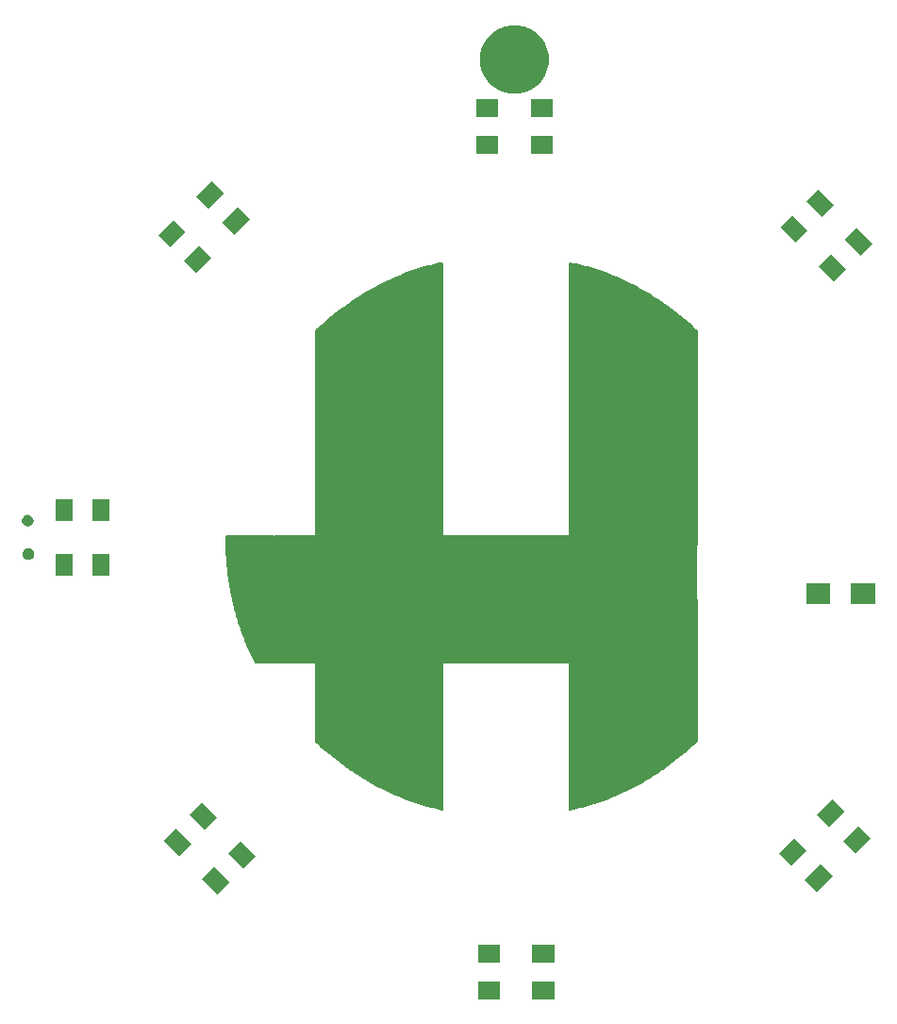
<source format=gbr>
G04 #@! TF.GenerationSoftware,KiCad,Pcbnew,6.0.0-rc1-unknown-7b10490~66~ubuntu16.04.1*
G04 #@! TF.CreationDate,2018-10-31T12:07:26-07:00*
G04 #@! TF.ProjectId,HG_002,48475f30-3032-42e6-9b69-6361645f7063,rev?*
G04 #@! TF.SameCoordinates,Original*
G04 #@! TF.FileFunction,Soldermask,Top*
G04 #@! TF.FilePolarity,Negative*
%FSLAX46Y46*%
G04 Gerber Fmt 4.6, Leading zero omitted, Abs format (unit mm)*
G04 Created by KiCad (PCBNEW 6.0.0-rc1-unknown-7b10490~66~ubuntu16.04.1) date Wed 31 Oct 2018 12:07:26 PM MST*
%MOMM*%
%LPD*%
G01*
G04 APERTURE LIST*
%ADD10C,0.148617*%
%ADD11C,0.100000*%
G04 APERTURE END LIST*
D10*
G04 #@! TO.C,CAP1*
G36*
X165511819Y-109060545D02*
X165511819Y-109280835D01*
X165511819Y-109501135D01*
X165511819Y-109721425D01*
X165511819Y-109941715D01*
X165511819Y-110162005D01*
X165511819Y-110382305D01*
X165511819Y-110602595D01*
X165511819Y-110822885D01*
X165511819Y-111043185D01*
X165511819Y-111263475D01*
X165511819Y-111483765D01*
X165511819Y-111704055D01*
X165511819Y-111924355D01*
X165511819Y-112144645D01*
X165511819Y-112364935D01*
X165511819Y-112585235D01*
X165511819Y-112805525D01*
X165511819Y-113025815D01*
X165511819Y-113246105D01*
X165511819Y-113466405D01*
X165511819Y-113686695D01*
X165511819Y-113906985D01*
X165511819Y-114127275D01*
X165511819Y-114347575D01*
X165511819Y-114567865D01*
X165511819Y-114788155D01*
X165511819Y-115008455D01*
X165511819Y-115228745D01*
X165511819Y-115449035D01*
X165511819Y-115669325D01*
X165511819Y-115889625D01*
X165511819Y-116109915D01*
X165399605Y-116209515D01*
X165287608Y-116308215D01*
X165175828Y-116406115D01*
X165064266Y-116503115D01*
X164952922Y-116599215D01*
X164841795Y-116694415D01*
X164730886Y-116788715D01*
X164620195Y-116882215D01*
X164509723Y-116974815D01*
X164399468Y-117066515D01*
X164289431Y-117157315D01*
X164179613Y-117247315D01*
X164070014Y-117336415D01*
X163960632Y-117424615D01*
X163851470Y-117511915D01*
X163742526Y-117598415D01*
X163633802Y-117684015D01*
X163525296Y-117768715D01*
X163417009Y-117852515D01*
X163308941Y-117935415D01*
X163201093Y-118017515D01*
X163093464Y-118098715D01*
X162986055Y-118179015D01*
X162878865Y-118258415D01*
X162771895Y-118336915D01*
X162665144Y-118414615D01*
X162558614Y-118491415D01*
X162452304Y-118567315D01*
X162346213Y-118642315D01*
X162240343Y-118716415D01*
X162134693Y-118789715D01*
X162029264Y-118862115D01*
X161808982Y-119009925D01*
X161587002Y-119155005D01*
X161363323Y-119297335D01*
X161137946Y-119436925D01*
X160910870Y-119573765D01*
X160682095Y-119707875D01*
X160451622Y-119839235D01*
X160219449Y-119967865D01*
X159985577Y-120093745D01*
X159750007Y-120216885D01*
X159512736Y-120337275D01*
X159273767Y-120454935D01*
X159033098Y-120569855D01*
X158790729Y-120682025D01*
X158546660Y-120791455D01*
X158300892Y-120898145D01*
X158053424Y-121002095D01*
X157804256Y-121103305D01*
X157553388Y-121201805D01*
X157300819Y-121297505D01*
X157046550Y-121390505D01*
X156790581Y-121480705D01*
X156532911Y-121568205D01*
X156273541Y-121653005D01*
X156012470Y-121735005D01*
X155749697Y-121814305D01*
X155485225Y-121890805D01*
X155219051Y-121964605D01*
X154951175Y-122035705D01*
X154681599Y-122104005D01*
X154410321Y-122169605D01*
X154137342Y-122232405D01*
X154137342Y-121820765D01*
X154137342Y-121409125D01*
X154137342Y-120997485D01*
X154137342Y-120585845D01*
X154137342Y-120174205D01*
X154137342Y-119762565D01*
X154137342Y-119350925D01*
X154137342Y-118939285D01*
X154137342Y-118527635D01*
X154137342Y-118115995D01*
X154137342Y-117704355D01*
X154137342Y-117292715D01*
X154137342Y-116881075D01*
X154137342Y-116469435D01*
X154137342Y-116057795D01*
X154137342Y-115646155D01*
X154137342Y-115234515D01*
X154137342Y-114822875D01*
X154137342Y-114411235D01*
X154137342Y-113999595D01*
X154137342Y-113587955D01*
X154137342Y-113176315D01*
X154137342Y-112764675D01*
X154137342Y-112353035D01*
X154137342Y-111941385D01*
X154137342Y-111529745D01*
X154137342Y-111118105D01*
X154137342Y-110706465D01*
X154137342Y-110294825D01*
X154137342Y-109883185D01*
X154137342Y-109471545D01*
X154137342Y-109059905D01*
X153780134Y-109059905D01*
X153422926Y-109059905D01*
X153065718Y-109059905D01*
X152708511Y-109059905D01*
X152351303Y-109059905D01*
X151994095Y-109059905D01*
X151636887Y-109059905D01*
X151279679Y-109059905D01*
X150922471Y-109059905D01*
X150565264Y-109059905D01*
X150208056Y-109059905D01*
X149850848Y-109059905D01*
X149493640Y-109059905D01*
X149136432Y-109059905D01*
X148779224Y-109059905D01*
X148422016Y-109059905D01*
X148064809Y-109059905D01*
X147707601Y-109059905D01*
X147350393Y-109059905D01*
X146993185Y-109059905D01*
X146635977Y-109059905D01*
X146278769Y-109059905D01*
X145921562Y-109059905D01*
X145564354Y-109059905D01*
X145207146Y-109059905D01*
X144849938Y-109059905D01*
X144492730Y-109059905D01*
X144135522Y-109059905D01*
X143778315Y-109059905D01*
X143421107Y-109059905D01*
X143063899Y-109059905D01*
X142706691Y-109059905D01*
X142706691Y-109471525D01*
X142706691Y-109883155D01*
X142706691Y-110294775D01*
X142706691Y-110706395D01*
X142706691Y-111118015D01*
X142706691Y-111529645D01*
X142706691Y-111941265D01*
X142706691Y-112352885D01*
X142706691Y-112764515D01*
X142706691Y-113176135D01*
X142706691Y-113587755D01*
X142706691Y-113999375D01*
X142706691Y-114411005D01*
X142706691Y-114822625D01*
X142706691Y-115234245D01*
X142706691Y-115645875D01*
X142706691Y-116057495D01*
X142706691Y-116469115D01*
X142706691Y-116880735D01*
X142706691Y-117292365D01*
X142706691Y-117703985D01*
X142706691Y-118115605D01*
X142706691Y-118527225D01*
X142706691Y-118938855D01*
X142706691Y-119350475D01*
X142706691Y-119762095D01*
X142706691Y-120173725D01*
X142706691Y-120585345D01*
X142706691Y-120996965D01*
X142706691Y-121408585D01*
X142706691Y-121820215D01*
X142706691Y-122231835D01*
X142433712Y-122169035D01*
X142162434Y-122103435D01*
X141892858Y-122035135D01*
X141624983Y-121964035D01*
X141358809Y-121890235D01*
X141094336Y-121813735D01*
X140831564Y-121734435D01*
X140570492Y-121652435D01*
X140311122Y-121567635D01*
X140053452Y-121480135D01*
X139797483Y-121389935D01*
X139543214Y-121296935D01*
X139290646Y-121201235D01*
X139039777Y-121102735D01*
X138790609Y-121001525D01*
X138543141Y-120897585D01*
X138297373Y-120790885D01*
X138053304Y-120681455D01*
X137810936Y-120569285D01*
X137570267Y-120454375D01*
X137331297Y-120336715D01*
X137094027Y-120216315D01*
X136858456Y-120093175D01*
X136624584Y-119967295D01*
X136392412Y-119838675D01*
X136161938Y-119707305D01*
X135933163Y-119573205D01*
X135706087Y-119436355D01*
X135480710Y-119296765D01*
X135257031Y-119154435D01*
X135035051Y-119009355D01*
X134814769Y-118861545D01*
X134707656Y-118792545D01*
X134600431Y-118722545D01*
X134493095Y-118651445D01*
X134385647Y-118579345D01*
X134278087Y-118506245D01*
X134170417Y-118432045D01*
X134062634Y-118356845D01*
X133954741Y-118280545D01*
X133846737Y-118203245D01*
X133738621Y-118124845D01*
X133630395Y-118045445D01*
X133522058Y-117965045D01*
X133413610Y-117883545D01*
X133305052Y-117801045D01*
X133196383Y-117717445D01*
X133087604Y-117632845D01*
X132978714Y-117547145D01*
X132869715Y-117460445D01*
X132760605Y-117372745D01*
X132651385Y-117283945D01*
X132542056Y-117194145D01*
X132432617Y-117103245D01*
X132323068Y-117011345D01*
X132213410Y-116918445D01*
X132103642Y-116824445D01*
X131993765Y-116729445D01*
X131883778Y-116633345D01*
X131773683Y-116536245D01*
X131663479Y-116438045D01*
X131553165Y-116338845D01*
X131442743Y-116238615D01*
X131332212Y-116137345D01*
X131332212Y-115916175D01*
X131332212Y-115695005D01*
X131332212Y-115473835D01*
X131332212Y-115252665D01*
X131332212Y-115031495D01*
X131332212Y-114810325D01*
X131332212Y-114589155D01*
X131332212Y-114367985D01*
X131332212Y-114146815D01*
X131332212Y-113925645D01*
X131332212Y-113704475D01*
X131332212Y-113483305D01*
X131332212Y-113262135D01*
X131332212Y-113040965D01*
X131332212Y-112819795D01*
X131332212Y-112598615D01*
X131332212Y-112377445D01*
X131332212Y-112156275D01*
X131332212Y-111935105D01*
X131332212Y-111713935D01*
X131332212Y-111492765D01*
X131332212Y-111271595D01*
X131332212Y-111050425D01*
X131332212Y-110829255D01*
X131332212Y-110608085D01*
X131332212Y-110386915D01*
X131332212Y-110165745D01*
X131332212Y-109944575D01*
X131332212Y-109723405D01*
X131332212Y-109502235D01*
X131332212Y-109281065D01*
X131332212Y-109059895D01*
X131162824Y-109059895D01*
X130993435Y-109059895D01*
X130824047Y-109059895D01*
X130654658Y-109059895D01*
X130485270Y-109059895D01*
X130315881Y-109059895D01*
X130146493Y-109059895D01*
X129977104Y-109059895D01*
X129807716Y-109059895D01*
X129638328Y-109059895D01*
X129468939Y-109059895D01*
X129299551Y-109059895D01*
X129130162Y-109059895D01*
X128960774Y-109059895D01*
X128791385Y-109059895D01*
X128621997Y-109059895D01*
X128452609Y-109059895D01*
X128283220Y-109059895D01*
X128113832Y-109059895D01*
X127944443Y-109059895D01*
X127775055Y-109059895D01*
X127605666Y-109059895D01*
X127436278Y-109059895D01*
X127266889Y-109059895D01*
X127097501Y-109059895D01*
X126928113Y-109059895D01*
X126758724Y-109059895D01*
X126589336Y-109059895D01*
X126419947Y-109059895D01*
X126250559Y-109059895D01*
X126081170Y-109059895D01*
X125911782Y-109059895D01*
X125823002Y-108885735D01*
X125735702Y-108710805D01*
X125649882Y-108535115D01*
X125565542Y-108358655D01*
X125482682Y-108181425D01*
X125401302Y-108003435D01*
X125321412Y-107824665D01*
X125243002Y-107645135D01*
X125166072Y-107464845D01*
X125090622Y-107283775D01*
X125016652Y-107101945D01*
X124944162Y-106919335D01*
X124873152Y-106735965D01*
X124803622Y-106551835D01*
X124735572Y-106366925D01*
X124669002Y-106181245D01*
X124603922Y-105994805D01*
X124540322Y-105807595D01*
X124478202Y-105619615D01*
X124417562Y-105430865D01*
X124358402Y-105241345D01*
X124300722Y-105051055D01*
X124244522Y-104859995D01*
X124189802Y-104668175D01*
X124136572Y-104475575D01*
X124084822Y-104282215D01*
X124034552Y-104088075D01*
X123985762Y-103893175D01*
X123938452Y-103697495D01*
X123892622Y-103501055D01*
X123848272Y-103303835D01*
X123805402Y-103105855D01*
X123772592Y-102933905D01*
X123740822Y-102762115D01*
X123710092Y-102590495D01*
X123680402Y-102419045D01*
X123651752Y-102247755D01*
X123624142Y-102076635D01*
X123597572Y-101905685D01*
X123572042Y-101734895D01*
X123547552Y-101564275D01*
X123524102Y-101393825D01*
X123501692Y-101223535D01*
X123480322Y-101053415D01*
X123460002Y-100883455D01*
X123440722Y-100713665D01*
X123422482Y-100544045D01*
X123405282Y-100374575D01*
X123389122Y-100205285D01*
X123374002Y-100036145D01*
X123359922Y-99867175D01*
X123346892Y-99698375D01*
X123334902Y-99529735D01*
X123323952Y-99361255D01*
X123314052Y-99192935D01*
X123305152Y-99024785D01*
X123297352Y-98856795D01*
X123290552Y-98688975D01*
X123284852Y-98521305D01*
X123280152Y-98353805D01*
X123276452Y-98186465D01*
X123273852Y-98019285D01*
X123272252Y-97852275D01*
X123271730Y-97685415D01*
X123403379Y-97685415D01*
X123535028Y-97685415D01*
X123666677Y-97685415D01*
X123798326Y-97685415D01*
X123929975Y-97685415D01*
X124061624Y-97685415D01*
X124193273Y-97685415D01*
X124324922Y-97685415D01*
X124456571Y-97685415D01*
X124588220Y-97685415D01*
X124719869Y-97685415D01*
X124851518Y-97685415D01*
X124983167Y-97685415D01*
X125114816Y-97685415D01*
X125246465Y-97685415D01*
X125378114Y-97685415D01*
X125509764Y-97685415D01*
X125641413Y-97685415D01*
X125773062Y-97685415D01*
X125904711Y-97685415D01*
X126036360Y-97685415D01*
X126168009Y-97685415D01*
X126299658Y-97685415D01*
X126431307Y-97685415D01*
X126562956Y-97685415D01*
X126694605Y-97685415D01*
X126826254Y-97685415D01*
X126957903Y-97685415D01*
X127089552Y-97685415D01*
X127221201Y-97685415D01*
X127352850Y-97685415D01*
X127484499Y-97685415D01*
X127486299Y-97688415D01*
X127488099Y-97691415D01*
X127489899Y-97694415D01*
X127491699Y-97697415D01*
X127493499Y-97700415D01*
X127495299Y-97703415D01*
X127497099Y-97706415D01*
X127498899Y-97709415D01*
X127500699Y-97712415D01*
X127502499Y-97715415D01*
X127504299Y-97718415D01*
X127506099Y-97721415D01*
X127507899Y-97724415D01*
X127509699Y-97727415D01*
X127511499Y-97730415D01*
X127513299Y-97733415D01*
X127515099Y-97736415D01*
X127516899Y-97739415D01*
X127518699Y-97742415D01*
X127520499Y-97745415D01*
X127522299Y-97748415D01*
X127524099Y-97751415D01*
X127525899Y-97754415D01*
X127527699Y-97757415D01*
X127529499Y-97760415D01*
X127531299Y-97763415D01*
X127533099Y-97766415D01*
X127534899Y-97769415D01*
X127536699Y-97772415D01*
X127538499Y-97775415D01*
X127540299Y-97778415D01*
X127542099Y-97781415D01*
X127543899Y-97778415D01*
X127545699Y-97775415D01*
X127547499Y-97772415D01*
X127549299Y-97769415D01*
X127551099Y-97766415D01*
X127552899Y-97763415D01*
X127554699Y-97760415D01*
X127556499Y-97757415D01*
X127558299Y-97754415D01*
X127560099Y-97751415D01*
X127561899Y-97748415D01*
X127563699Y-97745415D01*
X127565499Y-97742415D01*
X127567299Y-97739415D01*
X127569099Y-97736415D01*
X127570899Y-97733415D01*
X127572699Y-97730415D01*
X127574499Y-97727415D01*
X127576299Y-97724415D01*
X127578099Y-97721415D01*
X127579899Y-97718415D01*
X127581699Y-97715415D01*
X127583499Y-97712415D01*
X127585299Y-97709415D01*
X127587099Y-97706415D01*
X127588899Y-97703415D01*
X127590699Y-97700415D01*
X127592499Y-97697415D01*
X127594299Y-97694415D01*
X127596099Y-97691415D01*
X127597899Y-97688415D01*
X127599699Y-97685415D01*
X127716428Y-97685415D01*
X127833157Y-97685415D01*
X127949885Y-97685415D01*
X128066614Y-97685415D01*
X128183343Y-97685415D01*
X128300072Y-97685415D01*
X128416801Y-97685415D01*
X128533529Y-97685415D01*
X128650258Y-97685415D01*
X128766987Y-97685415D01*
X128883716Y-97685415D01*
X129000445Y-97685415D01*
X129117174Y-97685415D01*
X129233902Y-97685415D01*
X129350631Y-97685415D01*
X129467360Y-97685415D01*
X129584089Y-97685415D01*
X129700818Y-97685415D01*
X129817546Y-97685415D01*
X129934275Y-97685415D01*
X130051004Y-97685415D01*
X130167733Y-97685415D01*
X130284462Y-97685415D01*
X130401190Y-97685415D01*
X130517919Y-97685415D01*
X130634648Y-97685415D01*
X130751377Y-97685415D01*
X130868106Y-97685415D01*
X130984835Y-97685415D01*
X131101563Y-97685415D01*
X131218292Y-97685415D01*
X131335021Y-97685415D01*
X131335021Y-97110545D01*
X131335021Y-96535685D01*
X131335021Y-95960815D01*
X131335021Y-95385945D01*
X131335021Y-94811075D01*
X131335021Y-94236215D01*
X131335021Y-93661345D01*
X131335021Y-93086475D01*
X131335021Y-92511615D01*
X131335021Y-91936745D01*
X131335021Y-91361875D01*
X131335021Y-90787005D01*
X131335021Y-90212145D01*
X131335021Y-89637275D01*
X131335021Y-89062405D01*
X131335021Y-88487535D01*
X131335021Y-87912675D01*
X131335021Y-87337805D01*
X131335021Y-86762935D01*
X131335021Y-86188075D01*
X131335021Y-85613205D01*
X131335021Y-85038335D01*
X131335021Y-84463465D01*
X131335021Y-83888605D01*
X131335021Y-83313735D01*
X131335021Y-82738865D01*
X131335021Y-82164005D01*
X131335021Y-81589135D01*
X131335021Y-81014265D01*
X131335021Y-80439395D01*
X131335021Y-79864535D01*
X131335021Y-79289665D01*
X131438711Y-79191765D01*
X131542619Y-79094665D01*
X131646744Y-78998465D01*
X131751086Y-78903065D01*
X131855646Y-78808465D01*
X131960424Y-78714665D01*
X132065420Y-78621665D01*
X132170633Y-78529565D01*
X132276065Y-78438265D01*
X132381715Y-78347765D01*
X132487583Y-78258065D01*
X132593669Y-78169265D01*
X132699974Y-78081265D01*
X132806497Y-77994065D01*
X132913239Y-77907665D01*
X133020200Y-77822165D01*
X133127380Y-77737465D01*
X133234778Y-77653565D01*
X133342396Y-77570465D01*
X133450233Y-77488165D01*
X133558289Y-77406765D01*
X133666565Y-77326165D01*
X133775060Y-77246365D01*
X133883774Y-77167365D01*
X133992708Y-77089265D01*
X134101862Y-77011965D01*
X134211236Y-76935465D01*
X134320830Y-76859765D01*
X134430644Y-76784865D01*
X134540679Y-76710865D01*
X134650933Y-76637665D01*
X134761408Y-76565265D01*
X134991921Y-76414035D01*
X135223529Y-76265765D01*
X135456234Y-76120455D01*
X135690034Y-75978115D01*
X135924930Y-75838725D01*
X136160923Y-75702305D01*
X136398011Y-75568845D01*
X136636196Y-75438355D01*
X136875476Y-75310815D01*
X137115852Y-75186245D01*
X137357325Y-75064635D01*
X137599893Y-74945985D01*
X137843557Y-74830295D01*
X138088318Y-74717575D01*
X138334174Y-74607815D01*
X138581126Y-74501015D01*
X138829174Y-74397175D01*
X139078319Y-74296295D01*
X139328559Y-74198395D01*
X139579895Y-74103495D01*
X139832327Y-74011495D01*
X140085855Y-73922495D01*
X140340479Y-73836395D01*
X140596199Y-73753295D01*
X140853015Y-73673195D01*
X141110927Y-73595995D01*
X141369935Y-73521795D01*
X141630039Y-73450595D01*
X141891239Y-73382295D01*
X142153535Y-73316995D01*
X142416927Y-73254595D01*
X142681415Y-73195195D01*
X142682293Y-73960515D01*
X142683171Y-74725835D01*
X142684048Y-75491155D01*
X142684926Y-76256475D01*
X142685804Y-77021795D01*
X142686682Y-77787115D01*
X142687560Y-78552435D01*
X142688437Y-79317755D01*
X142689315Y-80083065D01*
X142690193Y-80848385D01*
X142691071Y-81613705D01*
X142691949Y-82379025D01*
X142692827Y-83144345D01*
X142693704Y-83909665D01*
X142694582Y-84674985D01*
X142695460Y-85440305D01*
X142696338Y-86205625D01*
X142697216Y-86970945D01*
X142698093Y-87736265D01*
X142698971Y-88501585D01*
X142699849Y-89266905D01*
X142700727Y-90032225D01*
X142701605Y-90797545D01*
X142702482Y-91562865D01*
X142703360Y-92328175D01*
X142704238Y-93093495D01*
X142705116Y-93858815D01*
X142705994Y-94624135D01*
X142706872Y-95389455D01*
X142707749Y-96154775D01*
X142708627Y-96920095D01*
X142709505Y-97685415D01*
X143066713Y-97685415D01*
X143423921Y-97685415D01*
X143781128Y-97685415D01*
X144138336Y-97685415D01*
X144495544Y-97685415D01*
X144852752Y-97685415D01*
X145209959Y-97685415D01*
X145567167Y-97685415D01*
X145924375Y-97685415D01*
X146281583Y-97685415D01*
X146638791Y-97685415D01*
X146995998Y-97685415D01*
X147353206Y-97685415D01*
X147710414Y-97685415D01*
X148067622Y-97685415D01*
X148424829Y-97685415D01*
X148782037Y-97685415D01*
X149139245Y-97685415D01*
X149496453Y-97685415D01*
X149853661Y-97685415D01*
X150210868Y-97685415D01*
X150568076Y-97685415D01*
X150925284Y-97685415D01*
X151282492Y-97685415D01*
X151639700Y-97685415D01*
X151996907Y-97685415D01*
X152354115Y-97685415D01*
X152711323Y-97685415D01*
X153068531Y-97685415D01*
X153425738Y-97685415D01*
X153782946Y-97685415D01*
X154140154Y-97685415D01*
X154140154Y-96920975D01*
X154140154Y-96156535D01*
X154140154Y-95392085D01*
X154140154Y-94627645D01*
X154140154Y-93863205D01*
X154140154Y-93098765D01*
X154140154Y-92334325D01*
X154140154Y-91569885D01*
X154140154Y-90805435D01*
X154140154Y-90040995D01*
X154140154Y-89276555D01*
X154140154Y-88512115D01*
X154140154Y-87747675D01*
X154140154Y-86983225D01*
X154140154Y-86218785D01*
X154140154Y-85454345D01*
X154140154Y-84689905D01*
X154140154Y-83925465D01*
X154140154Y-83161015D01*
X154140154Y-82396575D01*
X154140154Y-81632135D01*
X154140154Y-80867695D01*
X154140154Y-80103255D01*
X154140154Y-79338805D01*
X154140154Y-78574365D01*
X154140154Y-77809925D01*
X154140154Y-77045485D01*
X154140154Y-76281045D01*
X154140154Y-75516605D01*
X154140154Y-74752155D01*
X154140154Y-73987715D01*
X154140154Y-73223275D01*
X154402958Y-73279275D01*
X154664775Y-73338375D01*
X154925605Y-73400575D01*
X155185447Y-73465875D01*
X155444302Y-73534375D01*
X155702169Y-73605975D01*
X155959049Y-73680675D01*
X156214942Y-73758575D01*
X156469847Y-73839575D01*
X156723765Y-73923675D01*
X156976696Y-74010875D01*
X157228639Y-74101275D01*
X157479595Y-74194775D01*
X157729564Y-74291375D01*
X157978545Y-74391175D01*
X158226539Y-74494055D01*
X158473546Y-74600075D01*
X158719565Y-74709215D01*
X158964597Y-74821475D01*
X159208641Y-74936865D01*
X159451698Y-75055385D01*
X159693768Y-75177035D01*
X159934851Y-75301805D01*
X160174946Y-75429695D01*
X160414053Y-75560715D01*
X160652174Y-75694865D01*
X160889307Y-75832135D01*
X161125452Y-75972525D01*
X161360610Y-76116045D01*
X161594781Y-76262685D01*
X161827965Y-76412455D01*
X162060161Y-76565345D01*
X162179183Y-76642845D01*
X162297491Y-76720845D01*
X162415085Y-76799445D01*
X162531964Y-76878545D01*
X162648130Y-76958245D01*
X162763581Y-77038445D01*
X162878318Y-77119245D01*
X162992341Y-77200545D01*
X163105649Y-77282445D01*
X163218244Y-77364845D01*
X163330124Y-77447845D01*
X163441290Y-77531345D01*
X163551742Y-77615445D01*
X163661480Y-77700045D01*
X163770503Y-77785245D01*
X163878812Y-77870945D01*
X163986407Y-77957245D01*
X164093288Y-78044045D01*
X164199455Y-78131445D01*
X164304908Y-78219345D01*
X164409646Y-78307845D01*
X164513670Y-78396845D01*
X164616980Y-78486445D01*
X164719576Y-78576545D01*
X164821457Y-78667245D01*
X164922625Y-78758445D01*
X165023078Y-78850245D01*
X165122818Y-78942545D01*
X165221838Y-79035445D01*
X165320148Y-79128845D01*
X165417748Y-79222845D01*
X165514628Y-79317345D01*
X165514628Y-79891335D01*
X165514628Y-80465325D01*
X165514628Y-81039315D01*
X165514628Y-81613305D01*
X165514628Y-82187295D01*
X165514628Y-82761285D01*
X165514628Y-83335275D01*
X165514628Y-83909265D01*
X165514628Y-84483245D01*
X165514628Y-85057235D01*
X165514628Y-85631225D01*
X165514628Y-86205215D01*
X165514628Y-86779205D01*
X165514628Y-87353195D01*
X165514628Y-87927185D01*
X165514628Y-88501175D01*
X165514628Y-89075165D01*
X165514628Y-89649155D01*
X165514628Y-90223145D01*
X165514628Y-90797135D01*
X165514628Y-91371125D01*
X165514628Y-91945115D01*
X165514628Y-92519105D01*
X165514628Y-93093095D01*
X165514628Y-93667075D01*
X165514628Y-94241065D01*
X165514628Y-94815055D01*
X165514628Y-95389045D01*
X165514628Y-95963035D01*
X165514628Y-96537025D01*
X165514628Y-97111015D01*
X165514628Y-97685005D01*
X165507628Y-98021835D01*
X165501828Y-98372905D01*
X165497128Y-98736905D01*
X165493428Y-99112535D01*
X165490728Y-99498495D01*
X165488928Y-99893475D01*
X165487928Y-100296175D01*
X165487626Y-100705295D01*
X165487990Y-101119525D01*
X165488945Y-101537565D01*
X165490445Y-101958115D01*
X165492345Y-102379865D01*
X165494645Y-102801505D01*
X165497245Y-103221755D01*
X165500045Y-103639285D01*
X165503045Y-104052815D01*
X165506145Y-104461025D01*
X165509245Y-104862615D01*
X165512345Y-105256285D01*
X165515245Y-105640735D01*
X165517945Y-106014645D01*
X165520445Y-106376735D01*
X165522545Y-106725685D01*
X165524245Y-107060195D01*
X165525445Y-107378955D01*
X165526123Y-107680685D01*
X165526174Y-107964055D01*
X165525526Y-108227775D01*
X165524126Y-108470535D01*
X165521826Y-108691045D01*
X165518626Y-108887985D01*
X165514426Y-109060055D01*
X165511819Y-109060545D01*
X165511819Y-109060545D01*
G37*
X165511819Y-109060545D02*
X165511819Y-109280835D01*
X165511819Y-109501135D01*
X165511819Y-109721425D01*
X165511819Y-109941715D01*
X165511819Y-110162005D01*
X165511819Y-110382305D01*
X165511819Y-110602595D01*
X165511819Y-110822885D01*
X165511819Y-111043185D01*
X165511819Y-111263475D01*
X165511819Y-111483765D01*
X165511819Y-111704055D01*
X165511819Y-111924355D01*
X165511819Y-112144645D01*
X165511819Y-112364935D01*
X165511819Y-112585235D01*
X165511819Y-112805525D01*
X165511819Y-113025815D01*
X165511819Y-113246105D01*
X165511819Y-113466405D01*
X165511819Y-113686695D01*
X165511819Y-113906985D01*
X165511819Y-114127275D01*
X165511819Y-114347575D01*
X165511819Y-114567865D01*
X165511819Y-114788155D01*
X165511819Y-115008455D01*
X165511819Y-115228745D01*
X165511819Y-115449035D01*
X165511819Y-115669325D01*
X165511819Y-115889625D01*
X165511819Y-116109915D01*
X165399605Y-116209515D01*
X165287608Y-116308215D01*
X165175828Y-116406115D01*
X165064266Y-116503115D01*
X164952922Y-116599215D01*
X164841795Y-116694415D01*
X164730886Y-116788715D01*
X164620195Y-116882215D01*
X164509723Y-116974815D01*
X164399468Y-117066515D01*
X164289431Y-117157315D01*
X164179613Y-117247315D01*
X164070014Y-117336415D01*
X163960632Y-117424615D01*
X163851470Y-117511915D01*
X163742526Y-117598415D01*
X163633802Y-117684015D01*
X163525296Y-117768715D01*
X163417009Y-117852515D01*
X163308941Y-117935415D01*
X163201093Y-118017515D01*
X163093464Y-118098715D01*
X162986055Y-118179015D01*
X162878865Y-118258415D01*
X162771895Y-118336915D01*
X162665144Y-118414615D01*
X162558614Y-118491415D01*
X162452304Y-118567315D01*
X162346213Y-118642315D01*
X162240343Y-118716415D01*
X162134693Y-118789715D01*
X162029264Y-118862115D01*
X161808982Y-119009925D01*
X161587002Y-119155005D01*
X161363323Y-119297335D01*
X161137946Y-119436925D01*
X160910870Y-119573765D01*
X160682095Y-119707875D01*
X160451622Y-119839235D01*
X160219449Y-119967865D01*
X159985577Y-120093745D01*
X159750007Y-120216885D01*
X159512736Y-120337275D01*
X159273767Y-120454935D01*
X159033098Y-120569855D01*
X158790729Y-120682025D01*
X158546660Y-120791455D01*
X158300892Y-120898145D01*
X158053424Y-121002095D01*
X157804256Y-121103305D01*
X157553388Y-121201805D01*
X157300819Y-121297505D01*
X157046550Y-121390505D01*
X156790581Y-121480705D01*
X156532911Y-121568205D01*
X156273541Y-121653005D01*
X156012470Y-121735005D01*
X155749697Y-121814305D01*
X155485225Y-121890805D01*
X155219051Y-121964605D01*
X154951175Y-122035705D01*
X154681599Y-122104005D01*
X154410321Y-122169605D01*
X154137342Y-122232405D01*
X154137342Y-121820765D01*
X154137342Y-121409125D01*
X154137342Y-120997485D01*
X154137342Y-120585845D01*
X154137342Y-120174205D01*
X154137342Y-119762565D01*
X154137342Y-119350925D01*
X154137342Y-118939285D01*
X154137342Y-118527635D01*
X154137342Y-118115995D01*
X154137342Y-117704355D01*
X154137342Y-117292715D01*
X154137342Y-116881075D01*
X154137342Y-116469435D01*
X154137342Y-116057795D01*
X154137342Y-115646155D01*
X154137342Y-115234515D01*
X154137342Y-114822875D01*
X154137342Y-114411235D01*
X154137342Y-113999595D01*
X154137342Y-113587955D01*
X154137342Y-113176315D01*
X154137342Y-112764675D01*
X154137342Y-112353035D01*
X154137342Y-111941385D01*
X154137342Y-111529745D01*
X154137342Y-111118105D01*
X154137342Y-110706465D01*
X154137342Y-110294825D01*
X154137342Y-109883185D01*
X154137342Y-109471545D01*
X154137342Y-109059905D01*
X153780134Y-109059905D01*
X153422926Y-109059905D01*
X153065718Y-109059905D01*
X152708511Y-109059905D01*
X152351303Y-109059905D01*
X151994095Y-109059905D01*
X151636887Y-109059905D01*
X151279679Y-109059905D01*
X150922471Y-109059905D01*
X150565264Y-109059905D01*
X150208056Y-109059905D01*
X149850848Y-109059905D01*
X149493640Y-109059905D01*
X149136432Y-109059905D01*
X148779224Y-109059905D01*
X148422016Y-109059905D01*
X148064809Y-109059905D01*
X147707601Y-109059905D01*
X147350393Y-109059905D01*
X146993185Y-109059905D01*
X146635977Y-109059905D01*
X146278769Y-109059905D01*
X145921562Y-109059905D01*
X145564354Y-109059905D01*
X145207146Y-109059905D01*
X144849938Y-109059905D01*
X144492730Y-109059905D01*
X144135522Y-109059905D01*
X143778315Y-109059905D01*
X143421107Y-109059905D01*
X143063899Y-109059905D01*
X142706691Y-109059905D01*
X142706691Y-109471525D01*
X142706691Y-109883155D01*
X142706691Y-110294775D01*
X142706691Y-110706395D01*
X142706691Y-111118015D01*
X142706691Y-111529645D01*
X142706691Y-111941265D01*
X142706691Y-112352885D01*
X142706691Y-112764515D01*
X142706691Y-113176135D01*
X142706691Y-113587755D01*
X142706691Y-113999375D01*
X142706691Y-114411005D01*
X142706691Y-114822625D01*
X142706691Y-115234245D01*
X142706691Y-115645875D01*
X142706691Y-116057495D01*
X142706691Y-116469115D01*
X142706691Y-116880735D01*
X142706691Y-117292365D01*
X142706691Y-117703985D01*
X142706691Y-118115605D01*
X142706691Y-118527225D01*
X142706691Y-118938855D01*
X142706691Y-119350475D01*
X142706691Y-119762095D01*
X142706691Y-120173725D01*
X142706691Y-120585345D01*
X142706691Y-120996965D01*
X142706691Y-121408585D01*
X142706691Y-121820215D01*
X142706691Y-122231835D01*
X142433712Y-122169035D01*
X142162434Y-122103435D01*
X141892858Y-122035135D01*
X141624983Y-121964035D01*
X141358809Y-121890235D01*
X141094336Y-121813735D01*
X140831564Y-121734435D01*
X140570492Y-121652435D01*
X140311122Y-121567635D01*
X140053452Y-121480135D01*
X139797483Y-121389935D01*
X139543214Y-121296935D01*
X139290646Y-121201235D01*
X139039777Y-121102735D01*
X138790609Y-121001525D01*
X138543141Y-120897585D01*
X138297373Y-120790885D01*
X138053304Y-120681455D01*
X137810936Y-120569285D01*
X137570267Y-120454375D01*
X137331297Y-120336715D01*
X137094027Y-120216315D01*
X136858456Y-120093175D01*
X136624584Y-119967295D01*
X136392412Y-119838675D01*
X136161938Y-119707305D01*
X135933163Y-119573205D01*
X135706087Y-119436355D01*
X135480710Y-119296765D01*
X135257031Y-119154435D01*
X135035051Y-119009355D01*
X134814769Y-118861545D01*
X134707656Y-118792545D01*
X134600431Y-118722545D01*
X134493095Y-118651445D01*
X134385647Y-118579345D01*
X134278087Y-118506245D01*
X134170417Y-118432045D01*
X134062634Y-118356845D01*
X133954741Y-118280545D01*
X133846737Y-118203245D01*
X133738621Y-118124845D01*
X133630395Y-118045445D01*
X133522058Y-117965045D01*
X133413610Y-117883545D01*
X133305052Y-117801045D01*
X133196383Y-117717445D01*
X133087604Y-117632845D01*
X132978714Y-117547145D01*
X132869715Y-117460445D01*
X132760605Y-117372745D01*
X132651385Y-117283945D01*
X132542056Y-117194145D01*
X132432617Y-117103245D01*
X132323068Y-117011345D01*
X132213410Y-116918445D01*
X132103642Y-116824445D01*
X131993765Y-116729445D01*
X131883778Y-116633345D01*
X131773683Y-116536245D01*
X131663479Y-116438045D01*
X131553165Y-116338845D01*
X131442743Y-116238615D01*
X131332212Y-116137345D01*
X131332212Y-115916175D01*
X131332212Y-115695005D01*
X131332212Y-115473835D01*
X131332212Y-115252665D01*
X131332212Y-115031495D01*
X131332212Y-114810325D01*
X131332212Y-114589155D01*
X131332212Y-114367985D01*
X131332212Y-114146815D01*
X131332212Y-113925645D01*
X131332212Y-113704475D01*
X131332212Y-113483305D01*
X131332212Y-113262135D01*
X131332212Y-113040965D01*
X131332212Y-112819795D01*
X131332212Y-112598615D01*
X131332212Y-112377445D01*
X131332212Y-112156275D01*
X131332212Y-111935105D01*
X131332212Y-111713935D01*
X131332212Y-111492765D01*
X131332212Y-111271595D01*
X131332212Y-111050425D01*
X131332212Y-110829255D01*
X131332212Y-110608085D01*
X131332212Y-110386915D01*
X131332212Y-110165745D01*
X131332212Y-109944575D01*
X131332212Y-109723405D01*
X131332212Y-109502235D01*
X131332212Y-109281065D01*
X131332212Y-109059895D01*
X131162824Y-109059895D01*
X130993435Y-109059895D01*
X130824047Y-109059895D01*
X130654658Y-109059895D01*
X130485270Y-109059895D01*
X130315881Y-109059895D01*
X130146493Y-109059895D01*
X129977104Y-109059895D01*
X129807716Y-109059895D01*
X129638328Y-109059895D01*
X129468939Y-109059895D01*
X129299551Y-109059895D01*
X129130162Y-109059895D01*
X128960774Y-109059895D01*
X128791385Y-109059895D01*
X128621997Y-109059895D01*
X128452609Y-109059895D01*
X128283220Y-109059895D01*
X128113832Y-109059895D01*
X127944443Y-109059895D01*
X127775055Y-109059895D01*
X127605666Y-109059895D01*
X127436278Y-109059895D01*
X127266889Y-109059895D01*
X127097501Y-109059895D01*
X126928113Y-109059895D01*
X126758724Y-109059895D01*
X126589336Y-109059895D01*
X126419947Y-109059895D01*
X126250559Y-109059895D01*
X126081170Y-109059895D01*
X125911782Y-109059895D01*
X125823002Y-108885735D01*
X125735702Y-108710805D01*
X125649882Y-108535115D01*
X125565542Y-108358655D01*
X125482682Y-108181425D01*
X125401302Y-108003435D01*
X125321412Y-107824665D01*
X125243002Y-107645135D01*
X125166072Y-107464845D01*
X125090622Y-107283775D01*
X125016652Y-107101945D01*
X124944162Y-106919335D01*
X124873152Y-106735965D01*
X124803622Y-106551835D01*
X124735572Y-106366925D01*
X124669002Y-106181245D01*
X124603922Y-105994805D01*
X124540322Y-105807595D01*
X124478202Y-105619615D01*
X124417562Y-105430865D01*
X124358402Y-105241345D01*
X124300722Y-105051055D01*
X124244522Y-104859995D01*
X124189802Y-104668175D01*
X124136572Y-104475575D01*
X124084822Y-104282215D01*
X124034552Y-104088075D01*
X123985762Y-103893175D01*
X123938452Y-103697495D01*
X123892622Y-103501055D01*
X123848272Y-103303835D01*
X123805402Y-103105855D01*
X123772592Y-102933905D01*
X123740822Y-102762115D01*
X123710092Y-102590495D01*
X123680402Y-102419045D01*
X123651752Y-102247755D01*
X123624142Y-102076635D01*
X123597572Y-101905685D01*
X123572042Y-101734895D01*
X123547552Y-101564275D01*
X123524102Y-101393825D01*
X123501692Y-101223535D01*
X123480322Y-101053415D01*
X123460002Y-100883455D01*
X123440722Y-100713665D01*
X123422482Y-100544045D01*
X123405282Y-100374575D01*
X123389122Y-100205285D01*
X123374002Y-100036145D01*
X123359922Y-99867175D01*
X123346892Y-99698375D01*
X123334902Y-99529735D01*
X123323952Y-99361255D01*
X123314052Y-99192935D01*
X123305152Y-99024785D01*
X123297352Y-98856795D01*
X123290552Y-98688975D01*
X123284852Y-98521305D01*
X123280152Y-98353805D01*
X123276452Y-98186465D01*
X123273852Y-98019285D01*
X123272252Y-97852275D01*
X123271730Y-97685415D01*
X123403379Y-97685415D01*
X123535028Y-97685415D01*
X123666677Y-97685415D01*
X123798326Y-97685415D01*
X123929975Y-97685415D01*
X124061624Y-97685415D01*
X124193273Y-97685415D01*
X124324922Y-97685415D01*
X124456571Y-97685415D01*
X124588220Y-97685415D01*
X124719869Y-97685415D01*
X124851518Y-97685415D01*
X124983167Y-97685415D01*
X125114816Y-97685415D01*
X125246465Y-97685415D01*
X125378114Y-97685415D01*
X125509764Y-97685415D01*
X125641413Y-97685415D01*
X125773062Y-97685415D01*
X125904711Y-97685415D01*
X126036360Y-97685415D01*
X126168009Y-97685415D01*
X126299658Y-97685415D01*
X126431307Y-97685415D01*
X126562956Y-97685415D01*
X126694605Y-97685415D01*
X126826254Y-97685415D01*
X126957903Y-97685415D01*
X127089552Y-97685415D01*
X127221201Y-97685415D01*
X127352850Y-97685415D01*
X127484499Y-97685415D01*
X127486299Y-97688415D01*
X127488099Y-97691415D01*
X127489899Y-97694415D01*
X127491699Y-97697415D01*
X127493499Y-97700415D01*
X127495299Y-97703415D01*
X127497099Y-97706415D01*
X127498899Y-97709415D01*
X127500699Y-97712415D01*
X127502499Y-97715415D01*
X127504299Y-97718415D01*
X127506099Y-97721415D01*
X127507899Y-97724415D01*
X127509699Y-97727415D01*
X127511499Y-97730415D01*
X127513299Y-97733415D01*
X127515099Y-97736415D01*
X127516899Y-97739415D01*
X127518699Y-97742415D01*
X127520499Y-97745415D01*
X127522299Y-97748415D01*
X127524099Y-97751415D01*
X127525899Y-97754415D01*
X127527699Y-97757415D01*
X127529499Y-97760415D01*
X127531299Y-97763415D01*
X127533099Y-97766415D01*
X127534899Y-97769415D01*
X127536699Y-97772415D01*
X127538499Y-97775415D01*
X127540299Y-97778415D01*
X127542099Y-97781415D01*
X127543899Y-97778415D01*
X127545699Y-97775415D01*
X127547499Y-97772415D01*
X127549299Y-97769415D01*
X127551099Y-97766415D01*
X127552899Y-97763415D01*
X127554699Y-97760415D01*
X127556499Y-97757415D01*
X127558299Y-97754415D01*
X127560099Y-97751415D01*
X127561899Y-97748415D01*
X127563699Y-97745415D01*
X127565499Y-97742415D01*
X127567299Y-97739415D01*
X127569099Y-97736415D01*
X127570899Y-97733415D01*
X127572699Y-97730415D01*
X127574499Y-97727415D01*
X127576299Y-97724415D01*
X127578099Y-97721415D01*
X127579899Y-97718415D01*
X127581699Y-97715415D01*
X127583499Y-97712415D01*
X127585299Y-97709415D01*
X127587099Y-97706415D01*
X127588899Y-97703415D01*
X127590699Y-97700415D01*
X127592499Y-97697415D01*
X127594299Y-97694415D01*
X127596099Y-97691415D01*
X127597899Y-97688415D01*
X127599699Y-97685415D01*
X127716428Y-97685415D01*
X127833157Y-97685415D01*
X127949885Y-97685415D01*
X128066614Y-97685415D01*
X128183343Y-97685415D01*
X128300072Y-97685415D01*
X128416801Y-97685415D01*
X128533529Y-97685415D01*
X128650258Y-97685415D01*
X128766987Y-97685415D01*
X128883716Y-97685415D01*
X129000445Y-97685415D01*
X129117174Y-97685415D01*
X129233902Y-97685415D01*
X129350631Y-97685415D01*
X129467360Y-97685415D01*
X129584089Y-97685415D01*
X129700818Y-97685415D01*
X129817546Y-97685415D01*
X129934275Y-97685415D01*
X130051004Y-97685415D01*
X130167733Y-97685415D01*
X130284462Y-97685415D01*
X130401190Y-97685415D01*
X130517919Y-97685415D01*
X130634648Y-97685415D01*
X130751377Y-97685415D01*
X130868106Y-97685415D01*
X130984835Y-97685415D01*
X131101563Y-97685415D01*
X131218292Y-97685415D01*
X131335021Y-97685415D01*
X131335021Y-97110545D01*
X131335021Y-96535685D01*
X131335021Y-95960815D01*
X131335021Y-95385945D01*
X131335021Y-94811075D01*
X131335021Y-94236215D01*
X131335021Y-93661345D01*
X131335021Y-93086475D01*
X131335021Y-92511615D01*
X131335021Y-91936745D01*
X131335021Y-91361875D01*
X131335021Y-90787005D01*
X131335021Y-90212145D01*
X131335021Y-89637275D01*
X131335021Y-89062405D01*
X131335021Y-88487535D01*
X131335021Y-87912675D01*
X131335021Y-87337805D01*
X131335021Y-86762935D01*
X131335021Y-86188075D01*
X131335021Y-85613205D01*
X131335021Y-85038335D01*
X131335021Y-84463465D01*
X131335021Y-83888605D01*
X131335021Y-83313735D01*
X131335021Y-82738865D01*
X131335021Y-82164005D01*
X131335021Y-81589135D01*
X131335021Y-81014265D01*
X131335021Y-80439395D01*
X131335021Y-79864535D01*
X131335021Y-79289665D01*
X131438711Y-79191765D01*
X131542619Y-79094665D01*
X131646744Y-78998465D01*
X131751086Y-78903065D01*
X131855646Y-78808465D01*
X131960424Y-78714665D01*
X132065420Y-78621665D01*
X132170633Y-78529565D01*
X132276065Y-78438265D01*
X132381715Y-78347765D01*
X132487583Y-78258065D01*
X132593669Y-78169265D01*
X132699974Y-78081265D01*
X132806497Y-77994065D01*
X132913239Y-77907665D01*
X133020200Y-77822165D01*
X133127380Y-77737465D01*
X133234778Y-77653565D01*
X133342396Y-77570465D01*
X133450233Y-77488165D01*
X133558289Y-77406765D01*
X133666565Y-77326165D01*
X133775060Y-77246365D01*
X133883774Y-77167365D01*
X133992708Y-77089265D01*
X134101862Y-77011965D01*
X134211236Y-76935465D01*
X134320830Y-76859765D01*
X134430644Y-76784865D01*
X134540679Y-76710865D01*
X134650933Y-76637665D01*
X134761408Y-76565265D01*
X134991921Y-76414035D01*
X135223529Y-76265765D01*
X135456234Y-76120455D01*
X135690034Y-75978115D01*
X135924930Y-75838725D01*
X136160923Y-75702305D01*
X136398011Y-75568845D01*
X136636196Y-75438355D01*
X136875476Y-75310815D01*
X137115852Y-75186245D01*
X137357325Y-75064635D01*
X137599893Y-74945985D01*
X137843557Y-74830295D01*
X138088318Y-74717575D01*
X138334174Y-74607815D01*
X138581126Y-74501015D01*
X138829174Y-74397175D01*
X139078319Y-74296295D01*
X139328559Y-74198395D01*
X139579895Y-74103495D01*
X139832327Y-74011495D01*
X140085855Y-73922495D01*
X140340479Y-73836395D01*
X140596199Y-73753295D01*
X140853015Y-73673195D01*
X141110927Y-73595995D01*
X141369935Y-73521795D01*
X141630039Y-73450595D01*
X141891239Y-73382295D01*
X142153535Y-73316995D01*
X142416927Y-73254595D01*
X142681415Y-73195195D01*
X142682293Y-73960515D01*
X142683171Y-74725835D01*
X142684048Y-75491155D01*
X142684926Y-76256475D01*
X142685804Y-77021795D01*
X142686682Y-77787115D01*
X142687560Y-78552435D01*
X142688437Y-79317755D01*
X142689315Y-80083065D01*
X142690193Y-80848385D01*
X142691071Y-81613705D01*
X142691949Y-82379025D01*
X142692827Y-83144345D01*
X142693704Y-83909665D01*
X142694582Y-84674985D01*
X142695460Y-85440305D01*
X142696338Y-86205625D01*
X142697216Y-86970945D01*
X142698093Y-87736265D01*
X142698971Y-88501585D01*
X142699849Y-89266905D01*
X142700727Y-90032225D01*
X142701605Y-90797545D01*
X142702482Y-91562865D01*
X142703360Y-92328175D01*
X142704238Y-93093495D01*
X142705116Y-93858815D01*
X142705994Y-94624135D01*
X142706872Y-95389455D01*
X142707749Y-96154775D01*
X142708627Y-96920095D01*
X142709505Y-97685415D01*
X143066713Y-97685415D01*
X143423921Y-97685415D01*
X143781128Y-97685415D01*
X144138336Y-97685415D01*
X144495544Y-97685415D01*
X144852752Y-97685415D01*
X145209959Y-97685415D01*
X145567167Y-97685415D01*
X145924375Y-97685415D01*
X146281583Y-97685415D01*
X146638791Y-97685415D01*
X146995998Y-97685415D01*
X147353206Y-97685415D01*
X147710414Y-97685415D01*
X148067622Y-97685415D01*
X148424829Y-97685415D01*
X148782037Y-97685415D01*
X149139245Y-97685415D01*
X149496453Y-97685415D01*
X149853661Y-97685415D01*
X150210868Y-97685415D01*
X150568076Y-97685415D01*
X150925284Y-97685415D01*
X151282492Y-97685415D01*
X151639700Y-97685415D01*
X151996907Y-97685415D01*
X152354115Y-97685415D01*
X152711323Y-97685415D01*
X153068531Y-97685415D01*
X153425738Y-97685415D01*
X153782946Y-97685415D01*
X154140154Y-97685415D01*
X154140154Y-96920975D01*
X154140154Y-96156535D01*
X154140154Y-95392085D01*
X154140154Y-94627645D01*
X154140154Y-93863205D01*
X154140154Y-93098765D01*
X154140154Y-92334325D01*
X154140154Y-91569885D01*
X154140154Y-90805435D01*
X154140154Y-90040995D01*
X154140154Y-89276555D01*
X154140154Y-88512115D01*
X154140154Y-87747675D01*
X154140154Y-86983225D01*
X154140154Y-86218785D01*
X154140154Y-85454345D01*
X154140154Y-84689905D01*
X154140154Y-83925465D01*
X154140154Y-83161015D01*
X154140154Y-82396575D01*
X154140154Y-81632135D01*
X154140154Y-80867695D01*
X154140154Y-80103255D01*
X154140154Y-79338805D01*
X154140154Y-78574365D01*
X154140154Y-77809925D01*
X154140154Y-77045485D01*
X154140154Y-76281045D01*
X154140154Y-75516605D01*
X154140154Y-74752155D01*
X154140154Y-73987715D01*
X154140154Y-73223275D01*
X154402958Y-73279275D01*
X154664775Y-73338375D01*
X154925605Y-73400575D01*
X155185447Y-73465875D01*
X155444302Y-73534375D01*
X155702169Y-73605975D01*
X155959049Y-73680675D01*
X156214942Y-73758575D01*
X156469847Y-73839575D01*
X156723765Y-73923675D01*
X156976696Y-74010875D01*
X157228639Y-74101275D01*
X157479595Y-74194775D01*
X157729564Y-74291375D01*
X157978545Y-74391175D01*
X158226539Y-74494055D01*
X158473546Y-74600075D01*
X158719565Y-74709215D01*
X158964597Y-74821475D01*
X159208641Y-74936865D01*
X159451698Y-75055385D01*
X159693768Y-75177035D01*
X159934851Y-75301805D01*
X160174946Y-75429695D01*
X160414053Y-75560715D01*
X160652174Y-75694865D01*
X160889307Y-75832135D01*
X161125452Y-75972525D01*
X161360610Y-76116045D01*
X161594781Y-76262685D01*
X161827965Y-76412455D01*
X162060161Y-76565345D01*
X162179183Y-76642845D01*
X162297491Y-76720845D01*
X162415085Y-76799445D01*
X162531964Y-76878545D01*
X162648130Y-76958245D01*
X162763581Y-77038445D01*
X162878318Y-77119245D01*
X162992341Y-77200545D01*
X163105649Y-77282445D01*
X163218244Y-77364845D01*
X163330124Y-77447845D01*
X163441290Y-77531345D01*
X163551742Y-77615445D01*
X163661480Y-77700045D01*
X163770503Y-77785245D01*
X163878812Y-77870945D01*
X163986407Y-77957245D01*
X164093288Y-78044045D01*
X164199455Y-78131445D01*
X164304908Y-78219345D01*
X164409646Y-78307845D01*
X164513670Y-78396845D01*
X164616980Y-78486445D01*
X164719576Y-78576545D01*
X164821457Y-78667245D01*
X164922625Y-78758445D01*
X165023078Y-78850245D01*
X165122818Y-78942545D01*
X165221838Y-79035445D01*
X165320148Y-79128845D01*
X165417748Y-79222845D01*
X165514628Y-79317345D01*
X165514628Y-79891335D01*
X165514628Y-80465325D01*
X165514628Y-81039315D01*
X165514628Y-81613305D01*
X165514628Y-82187295D01*
X165514628Y-82761285D01*
X165514628Y-83335275D01*
X165514628Y-83909265D01*
X165514628Y-84483245D01*
X165514628Y-85057235D01*
X165514628Y-85631225D01*
X165514628Y-86205215D01*
X165514628Y-86779205D01*
X165514628Y-87353195D01*
X165514628Y-87927185D01*
X165514628Y-88501175D01*
X165514628Y-89075165D01*
X165514628Y-89649155D01*
X165514628Y-90223145D01*
X165514628Y-90797135D01*
X165514628Y-91371125D01*
X165514628Y-91945115D01*
X165514628Y-92519105D01*
X165514628Y-93093095D01*
X165514628Y-93667075D01*
X165514628Y-94241065D01*
X165514628Y-94815055D01*
X165514628Y-95389045D01*
X165514628Y-95963035D01*
X165514628Y-96537025D01*
X165514628Y-97111015D01*
X165514628Y-97685005D01*
X165507628Y-98021835D01*
X165501828Y-98372905D01*
X165497128Y-98736905D01*
X165493428Y-99112535D01*
X165490728Y-99498495D01*
X165488928Y-99893475D01*
X165487928Y-100296175D01*
X165487626Y-100705295D01*
X165487990Y-101119525D01*
X165488945Y-101537565D01*
X165490445Y-101958115D01*
X165492345Y-102379865D01*
X165494645Y-102801505D01*
X165497245Y-103221755D01*
X165500045Y-103639285D01*
X165503045Y-104052815D01*
X165506145Y-104461025D01*
X165509245Y-104862615D01*
X165512345Y-105256285D01*
X165515245Y-105640735D01*
X165517945Y-106014645D01*
X165520445Y-106376735D01*
X165522545Y-106725685D01*
X165524245Y-107060195D01*
X165525445Y-107378955D01*
X165526123Y-107680685D01*
X165526174Y-107964055D01*
X165525526Y-108227775D01*
X165524126Y-108470535D01*
X165521826Y-108691045D01*
X165518626Y-108887985D01*
X165514426Y-109060055D01*
X165511819Y-109060545D01*
D11*
G36*
X152715800Y-139231600D02*
X150763400Y-139231600D01*
X150763400Y-137679200D01*
X152715800Y-137679200D01*
X152715800Y-139231600D01*
X152715800Y-139231600D01*
G37*
G36*
X147839000Y-139231600D02*
X145886600Y-139231600D01*
X145886600Y-137679200D01*
X147839000Y-137679200D01*
X147839000Y-139231600D01*
X147839000Y-139231600D01*
G37*
G36*
X147839000Y-135929600D02*
X145886600Y-135929600D01*
X145886600Y-134377200D01*
X147839000Y-134377200D01*
X147839000Y-135929600D01*
X147839000Y-135929600D01*
G37*
G36*
X152715800Y-135929600D02*
X150763400Y-135929600D01*
X150763400Y-134377200D01*
X152715800Y-134377200D01*
X152715800Y-135929600D01*
X152715800Y-135929600D01*
G37*
G36*
X123565534Y-128741621D02*
X122467821Y-129839334D01*
X121087266Y-128458779D01*
X122184979Y-127361066D01*
X123565534Y-128741621D01*
X123565534Y-128741621D01*
G37*
G36*
X177694958Y-128200821D02*
X176314403Y-129581376D01*
X175216690Y-128483663D01*
X176597245Y-127103108D01*
X177694958Y-128200821D01*
X177694958Y-128200821D01*
G37*
G36*
X125900400Y-126406755D02*
X124802687Y-127504468D01*
X123422132Y-126123913D01*
X124519845Y-125026200D01*
X125900400Y-126406755D01*
X125900400Y-126406755D01*
G37*
G36*
X175360092Y-125865955D02*
X173979537Y-127246510D01*
X172881824Y-126148797D01*
X174262379Y-124768242D01*
X175360092Y-125865955D01*
X175360092Y-125865955D01*
G37*
G36*
X120117116Y-125293203D02*
X119019403Y-126390916D01*
X117638848Y-125010361D01*
X118736561Y-123912648D01*
X120117116Y-125293203D01*
X120117116Y-125293203D01*
G37*
G36*
X181143376Y-124752403D02*
X179762821Y-126132958D01*
X178665108Y-125035245D01*
X180045663Y-123654690D01*
X181143376Y-124752403D01*
X181143376Y-124752403D01*
G37*
G36*
X122451982Y-122958337D02*
X121354269Y-124056050D01*
X119973714Y-122675495D01*
X121071427Y-121577782D01*
X122451982Y-122958337D01*
X122451982Y-122958337D01*
G37*
G36*
X178808510Y-122417537D02*
X177427955Y-123798092D01*
X176330242Y-122700379D01*
X177710797Y-121319824D01*
X178808510Y-122417537D01*
X178808510Y-122417537D01*
G37*
G36*
X177511200Y-103796200D02*
X175358800Y-103796200D01*
X175358800Y-101943800D01*
X177511200Y-101943800D01*
X177511200Y-103796200D01*
X177511200Y-103796200D01*
G37*
G36*
X181511200Y-103796200D02*
X179358800Y-103796200D01*
X179358800Y-101943800D01*
X181511200Y-101943800D01*
X181511200Y-103796200D01*
X181511200Y-103796200D01*
G37*
G36*
X109513600Y-101255400D02*
X107961200Y-101255400D01*
X107961200Y-99303000D01*
X109513600Y-99303000D01*
X109513600Y-101255400D01*
X109513600Y-101255400D01*
G37*
G36*
X112815600Y-101255400D02*
X111263200Y-101255400D01*
X111263200Y-99303000D01*
X112815600Y-99303000D01*
X112815600Y-101255400D01*
X112815600Y-101255400D01*
G37*
G36*
X105668089Y-98793222D02*
X105763847Y-98832886D01*
X105850034Y-98890475D01*
X105923325Y-98963766D01*
X105980914Y-99049953D01*
X106020578Y-99145711D01*
X106040800Y-99247374D01*
X106040800Y-99351026D01*
X106020578Y-99452689D01*
X105980914Y-99548447D01*
X105923325Y-99634634D01*
X105850034Y-99707925D01*
X105763847Y-99765514D01*
X105668089Y-99805178D01*
X105566426Y-99825400D01*
X105462774Y-99825400D01*
X105361111Y-99805178D01*
X105265353Y-99765514D01*
X105179166Y-99707925D01*
X105105875Y-99634634D01*
X105048286Y-99548447D01*
X105008622Y-99452689D01*
X104988400Y-99351026D01*
X104988400Y-99247374D01*
X105008622Y-99145711D01*
X105048286Y-99049953D01*
X105105875Y-98963766D01*
X105179166Y-98890475D01*
X105265353Y-98832886D01*
X105361111Y-98793222D01*
X105462774Y-98773000D01*
X105566426Y-98773000D01*
X105668089Y-98793222D01*
X105668089Y-98793222D01*
G37*
G36*
X105618089Y-95793222D02*
X105713847Y-95832886D01*
X105800034Y-95890475D01*
X105873325Y-95963766D01*
X105930914Y-96049953D01*
X105970578Y-96145711D01*
X105990800Y-96247374D01*
X105990800Y-96351026D01*
X105970578Y-96452689D01*
X105930914Y-96548447D01*
X105873325Y-96634634D01*
X105800034Y-96707925D01*
X105713847Y-96765514D01*
X105618089Y-96805178D01*
X105516426Y-96825400D01*
X105412774Y-96825400D01*
X105311111Y-96805178D01*
X105215353Y-96765514D01*
X105129166Y-96707925D01*
X105055875Y-96634634D01*
X104998286Y-96548447D01*
X104958622Y-96452689D01*
X104938400Y-96351026D01*
X104938400Y-96247374D01*
X104958622Y-96145711D01*
X104998286Y-96049953D01*
X105055875Y-95963766D01*
X105129166Y-95890475D01*
X105215353Y-95832886D01*
X105311111Y-95793222D01*
X105412774Y-95773000D01*
X105516426Y-95773000D01*
X105618089Y-95793222D01*
X105618089Y-95793222D01*
G37*
G36*
X112815600Y-96378600D02*
X111263200Y-96378600D01*
X111263200Y-94426200D01*
X112815600Y-94426200D01*
X112815600Y-96378600D01*
X112815600Y-96378600D01*
G37*
G36*
X109513600Y-96378600D02*
X107961200Y-96378600D01*
X107961200Y-94426200D01*
X109513600Y-94426200D01*
X109513600Y-96378600D01*
X109513600Y-96378600D01*
G37*
G36*
X178935510Y-73746663D02*
X177837797Y-74844376D01*
X176457242Y-73463821D01*
X177554955Y-72366108D01*
X178935510Y-73746663D01*
X178935510Y-73746663D01*
G37*
G36*
X121967358Y-72727221D02*
X120586803Y-74107776D01*
X119489090Y-73010063D01*
X120869645Y-71629508D01*
X121967358Y-72727221D01*
X121967358Y-72727221D01*
G37*
G36*
X181270376Y-71411797D02*
X180172663Y-72509510D01*
X178792108Y-71128955D01*
X179889821Y-70031242D01*
X181270376Y-71411797D01*
X181270376Y-71411797D01*
G37*
G36*
X119632492Y-70392355D02*
X118251937Y-71772910D01*
X117154224Y-70675197D01*
X118534779Y-69294642D01*
X119632492Y-70392355D01*
X119632492Y-70392355D01*
G37*
G36*
X175487092Y-70298245D02*
X174389379Y-71395958D01*
X173008824Y-70015403D01*
X174106537Y-68917690D01*
X175487092Y-70298245D01*
X175487092Y-70298245D01*
G37*
G36*
X125415776Y-69278803D02*
X124035221Y-70659358D01*
X122937508Y-69561645D01*
X124318063Y-68181090D01*
X125415776Y-69278803D01*
X125415776Y-69278803D01*
G37*
G36*
X177821958Y-67963379D02*
X176724245Y-69061092D01*
X175343690Y-67680537D01*
X176441403Y-66582824D01*
X177821958Y-67963379D01*
X177821958Y-67963379D01*
G37*
G36*
X123080910Y-66943937D02*
X121700355Y-68324492D01*
X120602642Y-67226779D01*
X121983197Y-65846224D01*
X123080910Y-66943937D01*
X123080910Y-66943937D01*
G37*
G36*
X152588800Y-63387200D02*
X150636400Y-63387200D01*
X150636400Y-61834800D01*
X152588800Y-61834800D01*
X152588800Y-63387200D01*
X152588800Y-63387200D01*
G37*
G36*
X147712000Y-63387200D02*
X145759600Y-63387200D01*
X145759600Y-61834800D01*
X147712000Y-61834800D01*
X147712000Y-63387200D01*
X147712000Y-63387200D01*
G37*
G36*
X152588800Y-60085200D02*
X150636400Y-60085200D01*
X150636400Y-58532800D01*
X152588800Y-58532800D01*
X152588800Y-60085200D01*
X152588800Y-60085200D01*
G37*
G36*
X147712000Y-60085200D02*
X145759600Y-60085200D01*
X145759600Y-58532800D01*
X147712000Y-58532800D01*
X147712000Y-60085200D01*
X147712000Y-60085200D01*
G37*
G36*
X150046096Y-51982217D02*
X150605925Y-52214106D01*
X150605927Y-52214107D01*
X151109763Y-52550760D01*
X151538239Y-52979236D01*
X151874894Y-53483075D01*
X152106783Y-54042904D01*
X152225000Y-54637221D01*
X152225000Y-55243179D01*
X152106783Y-55837496D01*
X151874894Y-56397325D01*
X151874893Y-56397327D01*
X151538240Y-56901163D01*
X151109763Y-57329640D01*
X150605927Y-57666293D01*
X150605926Y-57666294D01*
X150605925Y-57666294D01*
X150046096Y-57898183D01*
X149451779Y-58016400D01*
X148845821Y-58016400D01*
X148251504Y-57898183D01*
X147691675Y-57666294D01*
X147691674Y-57666294D01*
X147691673Y-57666293D01*
X147187837Y-57329640D01*
X146759360Y-56901163D01*
X146422707Y-56397327D01*
X146422706Y-56397325D01*
X146190817Y-55837496D01*
X146072600Y-55243179D01*
X146072600Y-54637221D01*
X146190817Y-54042904D01*
X146422706Y-53483075D01*
X146759361Y-52979236D01*
X147187837Y-52550760D01*
X147691673Y-52214107D01*
X147691675Y-52214106D01*
X148251504Y-51982217D01*
X148845821Y-51864000D01*
X149451779Y-51864000D01*
X150046096Y-51982217D01*
X150046096Y-51982217D01*
G37*
M02*

</source>
